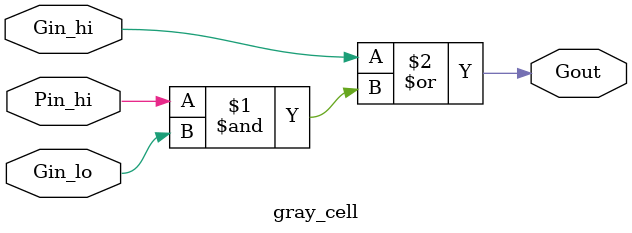
<source format=v>
`timescale 1ns / 1ps

module add(
    input  [31:0] a,
    input  [31:0] b,
    output [31:0] sum
);
    // Bit-level propagate and generate signals
    wire [31:0] p = a ^ b;
    wire [31:0] g = a & b;

    // Kogge–Stone parallel-prefix network
    localparam integer STAGES = 5; // ceil(log2(32))

    wire [31:0] P [0:STAGES - 1];
    wire [31:0] G [0:STAGES];

    assign P[0] = p;
    assign G[0] = g;

    genvar s, j;
    generate
        for (s = 0; s < STAGES; s = s + 1) begin : LEVEL
            localparam integer SHIFT = 1 << s;
            for (j = 0; j < 32; j = j + 1) begin : NODE
                if (s < STAGES - 1) begin
                    if (j < SHIFT) begin
                        assign G[s + 1][j] = G[s][j];
                        assign P[s + 1][j] = P[s][j];
                    end else begin
                        black_cell bc(
                            .Gout(G[s + 1][j]),
                            .Pout(P[s + 1][j]),
                            .Gin_hi(G[s][j]),
                            .Pin_hi(P[s][j]),
                            .Gin_lo(G[s][j - SHIFT]),
                            .Pin_lo(P[s][j - SHIFT])
                        );
                    end
                end else begin
                    if (j < SHIFT) begin
                        assign G[s + 1][j] = G[s][j];
                    end else begin
                        gray_cell gc(
                            .Gout(G[s + 1][j]),
                            .Gin_hi(G[s][j]),
                            .Pin_hi(P[s][j]),
                            .Gin_lo(G[s][j - SHIFT])
                        );
                    end
                end
            end
        end
    endgenerate

    // Derive carries: carry into bit 0 is 0, into bit (i+1) is the corresponding prefix generate
    wire [32:0] carry;
    assign carry[0] = 1'b0;

    generate
        for (j = 0; j < 32; j = j + 1) begin : CARRY_ASSIGN
            assign carry[j + 1] = G[STAGES][j];
        end
    endgenerate

    // Sum bits combine the original propagate with their incoming carry
    assign sum = p ^ carry[31:0];
endmodule


module black_cell(
    output Gout,
    output Pout,
    input  Gin_hi,
    input  Pin_hi,
    input  Gin_lo,
    input  Pin_lo
);
    assign Gout = Gin_hi | (Pin_hi & Gin_lo);
    assign Pout = Pin_hi & Pin_lo;
endmodule


module gray_cell(
    output Gout,
    input  Gin_hi,
    input  Pin_hi,
    input  Gin_lo
);
    assign Gout = Gin_hi | (Pin_hi & Gin_lo);
endmodule

</source>
